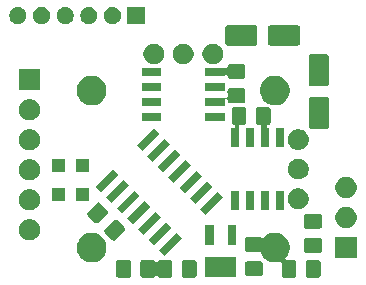
<source format=gbr>
G04 #@! TF.GenerationSoftware,KiCad,Pcbnew,(5.1.6-0-10_14)*
G04 #@! TF.CreationDate,2020-10-20T16:11:55+02:00*
G04 #@! TF.ProjectId,ProStick64_PCB_v6,50726f53-7469-4636-9b36-345f5043425f,rev?*
G04 #@! TF.SameCoordinates,Original*
G04 #@! TF.FileFunction,Soldermask,Bot*
G04 #@! TF.FilePolarity,Negative*
%FSLAX46Y46*%
G04 Gerber Fmt 4.6, Leading zero omitted, Abs format (unit mm)*
G04 Created by KiCad (PCBNEW (5.1.6-0-10_14)) date 2020-10-20 16:11:55*
%MOMM*%
%LPD*%
G01*
G04 APERTURE LIST*
%ADD10C,0.100000*%
G04 APERTURE END LIST*
D10*
G36*
X157488674Y-82753465D02*
G01*
X157526367Y-82764899D01*
X157561103Y-82783466D01*
X157591548Y-82808452D01*
X157616534Y-82838897D01*
X157635101Y-82873633D01*
X157646535Y-82911326D01*
X157651000Y-82956661D01*
X157651000Y-84043339D01*
X157646535Y-84088674D01*
X157635101Y-84126367D01*
X157616534Y-84161103D01*
X157591548Y-84191548D01*
X157561103Y-84216534D01*
X157526367Y-84235101D01*
X157488674Y-84246535D01*
X157443339Y-84251000D01*
X156606661Y-84251000D01*
X156561326Y-84246535D01*
X156523633Y-84235101D01*
X156488897Y-84216534D01*
X156458452Y-84191548D01*
X156433466Y-84161103D01*
X156414899Y-84126367D01*
X156403465Y-84088674D01*
X156399000Y-84043339D01*
X156399000Y-82956661D01*
X156403465Y-82911326D01*
X156414899Y-82873633D01*
X156433466Y-82838897D01*
X156458452Y-82808452D01*
X156488897Y-82783466D01*
X156523633Y-82764899D01*
X156561326Y-82753465D01*
X156606661Y-82749000D01*
X157443339Y-82749000D01*
X157488674Y-82753465D01*
G37*
G36*
X153930303Y-80464383D02*
G01*
X154139903Y-80506075D01*
X154367571Y-80600378D01*
X154572466Y-80737285D01*
X154746715Y-80911534D01*
X154882261Y-81114392D01*
X154883623Y-81116431D01*
X154977925Y-81344097D01*
X155026000Y-81585786D01*
X155026000Y-81832214D01*
X154986650Y-82030038D01*
X154977925Y-82073903D01*
X154883622Y-82301571D01*
X154746715Y-82506466D01*
X154717562Y-82535619D01*
X154702022Y-82554555D01*
X154690471Y-82576166D01*
X154683358Y-82599615D01*
X154680956Y-82624001D01*
X154683358Y-82648387D01*
X154690471Y-82671836D01*
X154702022Y-82693447D01*
X154717567Y-82712389D01*
X154736509Y-82727934D01*
X154758120Y-82739485D01*
X154781569Y-82746598D01*
X154805955Y-82749000D01*
X155393339Y-82749000D01*
X155438674Y-82753465D01*
X155476367Y-82764899D01*
X155511103Y-82783466D01*
X155541548Y-82808452D01*
X155566534Y-82838897D01*
X155585101Y-82873633D01*
X155596535Y-82911326D01*
X155601000Y-82956661D01*
X155601000Y-84043339D01*
X155596535Y-84088674D01*
X155585101Y-84126367D01*
X155566534Y-84161103D01*
X155541548Y-84191548D01*
X155511103Y-84216534D01*
X155476367Y-84235101D01*
X155438674Y-84246535D01*
X155393339Y-84251000D01*
X154556661Y-84251000D01*
X154511326Y-84246535D01*
X154473633Y-84235101D01*
X154438897Y-84216534D01*
X154408452Y-84191548D01*
X154383466Y-84161103D01*
X154364899Y-84126367D01*
X154353465Y-84088674D01*
X154349000Y-84043339D01*
X154349000Y-83012388D01*
X154346598Y-82988002D01*
X154339485Y-82964553D01*
X154327934Y-82942942D01*
X154312389Y-82924000D01*
X154293447Y-82908455D01*
X154271836Y-82896904D01*
X154248387Y-82889791D01*
X154224001Y-82887389D01*
X154199615Y-82889791D01*
X154176170Y-82896903D01*
X154139903Y-82911925D01*
X154031674Y-82933453D01*
X153898214Y-82960000D01*
X153651786Y-82960000D01*
X153410097Y-82911925D01*
X153182431Y-82817623D01*
X153182430Y-82817623D01*
X153182429Y-82817622D01*
X152977534Y-82680715D01*
X152803285Y-82506466D01*
X152666378Y-82301571D01*
X152604906Y-82153165D01*
X152593355Y-82131554D01*
X152577810Y-82112612D01*
X152558868Y-82097067D01*
X152537257Y-82085516D01*
X152513808Y-82078403D01*
X152489422Y-82076001D01*
X151456661Y-82076001D01*
X151411326Y-82071536D01*
X151373633Y-82060102D01*
X151338897Y-82041535D01*
X151308452Y-82016549D01*
X151283466Y-81986104D01*
X151264899Y-81951368D01*
X151253465Y-81913675D01*
X151249000Y-81868340D01*
X151249000Y-81031662D01*
X151253465Y-80986327D01*
X151264899Y-80948634D01*
X151283466Y-80913898D01*
X151308452Y-80883453D01*
X151338897Y-80858467D01*
X151373633Y-80839900D01*
X151411326Y-80828466D01*
X151456661Y-80824001D01*
X152543339Y-80824001D01*
X152588674Y-80828466D01*
X152626367Y-80839900D01*
X152661103Y-80858467D01*
X152680767Y-80874605D01*
X152701141Y-80888219D01*
X152723780Y-80897596D01*
X152747814Y-80902376D01*
X152772318Y-80902376D01*
X152796351Y-80897595D01*
X152818990Y-80888218D01*
X152848449Y-80866370D01*
X152977534Y-80737285D01*
X153182429Y-80600378D01*
X153410097Y-80506075D01*
X153619697Y-80464383D01*
X153651786Y-80458000D01*
X153898214Y-80458000D01*
X153930303Y-80464383D01*
G37*
G36*
X143488674Y-82753465D02*
G01*
X143526367Y-82764899D01*
X143561103Y-82783466D01*
X143591548Y-82808452D01*
X143616535Y-82838899D01*
X143639761Y-82882351D01*
X143653375Y-82902726D01*
X143670702Y-82920053D01*
X143691076Y-82933666D01*
X143713715Y-82943044D01*
X143737748Y-82947824D01*
X143762252Y-82947824D01*
X143786286Y-82943043D01*
X143808924Y-82933666D01*
X143829299Y-82920052D01*
X143846626Y-82902725D01*
X143860239Y-82882351D01*
X143883465Y-82838899D01*
X143908452Y-82808452D01*
X143938897Y-82783466D01*
X143973633Y-82764899D01*
X144011326Y-82753465D01*
X144056661Y-82749000D01*
X144893339Y-82749000D01*
X144938674Y-82753465D01*
X144976367Y-82764899D01*
X145011103Y-82783466D01*
X145041548Y-82808452D01*
X145066534Y-82838897D01*
X145085101Y-82873633D01*
X145096535Y-82911326D01*
X145101000Y-82956661D01*
X145101000Y-84043339D01*
X145096535Y-84088674D01*
X145085101Y-84126367D01*
X145066534Y-84161103D01*
X145041548Y-84191548D01*
X145011103Y-84216534D01*
X144976367Y-84235101D01*
X144938674Y-84246535D01*
X144893339Y-84251000D01*
X144056661Y-84251000D01*
X144011326Y-84246535D01*
X143973633Y-84235101D01*
X143938897Y-84216534D01*
X143908452Y-84191548D01*
X143883465Y-84161101D01*
X143860239Y-84117649D01*
X143846625Y-84097274D01*
X143829298Y-84079947D01*
X143808924Y-84066334D01*
X143786285Y-84056956D01*
X143762252Y-84052176D01*
X143737748Y-84052176D01*
X143713714Y-84056957D01*
X143691076Y-84066334D01*
X143670701Y-84079948D01*
X143653374Y-84097275D01*
X143639761Y-84117649D01*
X143616535Y-84161101D01*
X143591548Y-84191548D01*
X143561103Y-84216534D01*
X143526367Y-84235101D01*
X143488674Y-84246535D01*
X143443339Y-84251000D01*
X142606661Y-84251000D01*
X142561326Y-84246535D01*
X142523633Y-84235101D01*
X142488897Y-84216534D01*
X142458452Y-84191548D01*
X142433466Y-84161103D01*
X142414899Y-84126367D01*
X142403465Y-84088674D01*
X142399000Y-84043339D01*
X142399000Y-82956661D01*
X142403465Y-82911326D01*
X142414899Y-82873633D01*
X142433466Y-82838897D01*
X142458452Y-82808452D01*
X142488897Y-82783466D01*
X142523633Y-82764899D01*
X142561326Y-82753465D01*
X142606661Y-82749000D01*
X143443339Y-82749000D01*
X143488674Y-82753465D01*
G37*
G36*
X146988674Y-82753465D02*
G01*
X147026367Y-82764899D01*
X147061103Y-82783466D01*
X147091548Y-82808452D01*
X147116534Y-82838897D01*
X147135101Y-82873633D01*
X147146535Y-82911326D01*
X147151000Y-82956661D01*
X147151000Y-84043339D01*
X147146535Y-84088674D01*
X147135101Y-84126367D01*
X147116534Y-84161103D01*
X147091548Y-84191548D01*
X147061103Y-84216534D01*
X147026367Y-84235101D01*
X146988674Y-84246535D01*
X146943339Y-84251000D01*
X146106661Y-84251000D01*
X146061326Y-84246535D01*
X146023633Y-84235101D01*
X145988897Y-84216534D01*
X145958452Y-84191548D01*
X145933466Y-84161103D01*
X145914899Y-84126367D01*
X145903465Y-84088674D01*
X145899000Y-84043339D01*
X145899000Y-82956661D01*
X145903465Y-82911326D01*
X145914899Y-82873633D01*
X145933466Y-82838897D01*
X145958452Y-82808452D01*
X145988897Y-82783466D01*
X146023633Y-82764899D01*
X146061326Y-82753465D01*
X146106661Y-82749000D01*
X146943339Y-82749000D01*
X146988674Y-82753465D01*
G37*
G36*
X141438674Y-82753465D02*
G01*
X141476367Y-82764899D01*
X141511103Y-82783466D01*
X141541548Y-82808452D01*
X141566534Y-82838897D01*
X141585101Y-82873633D01*
X141596535Y-82911326D01*
X141601000Y-82956661D01*
X141601000Y-84043339D01*
X141596535Y-84088674D01*
X141585101Y-84126367D01*
X141566534Y-84161103D01*
X141541548Y-84191548D01*
X141511103Y-84216534D01*
X141476367Y-84235101D01*
X141438674Y-84246535D01*
X141393339Y-84251000D01*
X140556661Y-84251000D01*
X140511326Y-84246535D01*
X140473633Y-84235101D01*
X140438897Y-84216534D01*
X140408452Y-84191548D01*
X140383466Y-84161103D01*
X140364899Y-84126367D01*
X140353465Y-84088674D01*
X140349000Y-84043339D01*
X140349000Y-82956661D01*
X140353465Y-82911326D01*
X140364899Y-82873633D01*
X140383466Y-82838897D01*
X140408452Y-82808452D01*
X140438897Y-82783466D01*
X140473633Y-82764899D01*
X140511326Y-82753465D01*
X140556661Y-82749000D01*
X141393339Y-82749000D01*
X141438674Y-82753465D01*
G37*
G36*
X150526000Y-84181000D02*
G01*
X147874000Y-84181000D01*
X147874000Y-82519000D01*
X150526000Y-82519000D01*
X150526000Y-84181000D01*
G37*
G36*
X152588674Y-82878466D02*
G01*
X152626367Y-82889900D01*
X152661103Y-82908467D01*
X152691548Y-82933453D01*
X152716534Y-82963898D01*
X152735101Y-82998634D01*
X152746535Y-83036327D01*
X152751000Y-83081662D01*
X152751000Y-83918340D01*
X152746535Y-83963675D01*
X152735101Y-84001368D01*
X152716534Y-84036104D01*
X152691548Y-84066549D01*
X152661103Y-84091535D01*
X152626367Y-84110102D01*
X152588674Y-84121536D01*
X152543339Y-84126001D01*
X151456661Y-84126001D01*
X151411326Y-84121536D01*
X151373633Y-84110102D01*
X151338897Y-84091535D01*
X151308452Y-84066549D01*
X151283466Y-84036104D01*
X151264899Y-84001368D01*
X151253465Y-83963675D01*
X151249000Y-83918340D01*
X151249000Y-83081662D01*
X151253465Y-83036327D01*
X151264899Y-82998634D01*
X151283466Y-82963898D01*
X151308452Y-82933453D01*
X151338897Y-82908467D01*
X151373633Y-82889900D01*
X151411326Y-82878466D01*
X151456661Y-82874001D01*
X152543339Y-82874001D01*
X152588674Y-82878466D01*
G37*
G36*
X138430303Y-80464383D02*
G01*
X138639903Y-80506075D01*
X138867571Y-80600378D01*
X139072466Y-80737285D01*
X139246715Y-80911534D01*
X139382261Y-81114392D01*
X139383623Y-81116431D01*
X139477925Y-81344097D01*
X139526000Y-81585786D01*
X139526000Y-81832214D01*
X139486650Y-82030038D01*
X139477925Y-82073903D01*
X139383622Y-82301571D01*
X139246715Y-82506466D01*
X139072466Y-82680715D01*
X138867571Y-82817622D01*
X138867570Y-82817623D01*
X138867569Y-82817623D01*
X138639903Y-82911925D01*
X138398214Y-82960000D01*
X138151786Y-82960000D01*
X137910097Y-82911925D01*
X137682431Y-82817623D01*
X137682430Y-82817623D01*
X137682429Y-82817622D01*
X137477534Y-82680715D01*
X137303285Y-82506466D01*
X137166378Y-82301571D01*
X137072075Y-82073903D01*
X137063350Y-82030038D01*
X137024000Y-81832214D01*
X137024000Y-81585786D01*
X137072075Y-81344097D01*
X137166377Y-81116431D01*
X137167739Y-81114392D01*
X137303285Y-80911534D01*
X137477534Y-80737285D01*
X137682429Y-80600378D01*
X137910097Y-80506075D01*
X138119697Y-80464383D01*
X138151786Y-80458000D01*
X138398214Y-80458000D01*
X138430303Y-80464383D01*
G37*
G36*
X160701000Y-82601000D02*
G01*
X158899000Y-82601000D01*
X158899000Y-80799000D01*
X160701000Y-80799000D01*
X160701000Y-82601000D01*
G37*
G36*
X145917814Y-80937030D02*
G01*
X144452690Y-82402154D01*
X143986000Y-81935464D01*
X145451124Y-80470340D01*
X145917814Y-80937030D01*
G37*
G36*
X157588674Y-80903465D02*
G01*
X157626367Y-80914899D01*
X157661103Y-80933466D01*
X157691548Y-80958452D01*
X157716534Y-80988897D01*
X157735101Y-81023633D01*
X157746535Y-81061326D01*
X157751000Y-81106661D01*
X157751000Y-81943339D01*
X157746535Y-81988674D01*
X157735101Y-82026367D01*
X157716534Y-82061103D01*
X157691548Y-82091548D01*
X157661103Y-82116534D01*
X157626367Y-82135101D01*
X157588674Y-82146535D01*
X157543339Y-82151000D01*
X156456661Y-82151000D01*
X156411326Y-82146535D01*
X156373633Y-82135101D01*
X156338897Y-82116534D01*
X156308452Y-82091548D01*
X156283466Y-82061103D01*
X156264899Y-82026367D01*
X156253465Y-81988674D01*
X156249000Y-81943339D01*
X156249000Y-81106661D01*
X156253465Y-81061326D01*
X156264899Y-81023633D01*
X156283466Y-80988897D01*
X156308452Y-80958452D01*
X156338897Y-80933466D01*
X156373633Y-80914899D01*
X156411326Y-80903465D01*
X156456661Y-80899000D01*
X157543339Y-80899000D01*
X157588674Y-80903465D01*
G37*
G36*
X145019789Y-80039004D02*
G01*
X143554665Y-81504128D01*
X143087975Y-81037438D01*
X144553099Y-79572314D01*
X145019789Y-80039004D01*
G37*
G36*
X150526000Y-81481000D02*
G01*
X149774000Y-81481000D01*
X149774000Y-79819000D01*
X150526000Y-79819000D01*
X150526000Y-81481000D01*
G37*
G36*
X148626000Y-81481000D02*
G01*
X147874000Y-81481000D01*
X147874000Y-79819000D01*
X148626000Y-79819000D01*
X148626000Y-81481000D01*
G37*
G36*
X140352367Y-79339036D02*
G01*
X140390060Y-79350470D01*
X140424796Y-79369037D01*
X140460009Y-79397935D01*
X141051633Y-79989559D01*
X141080531Y-80024772D01*
X141099098Y-80059508D01*
X141110532Y-80097201D01*
X141114392Y-80136396D01*
X141110532Y-80175591D01*
X141099098Y-80213284D01*
X141080531Y-80248020D01*
X141051633Y-80283233D01*
X140283233Y-81051633D01*
X140248020Y-81080531D01*
X140213284Y-81099098D01*
X140175591Y-81110532D01*
X140136396Y-81114392D01*
X140097201Y-81110532D01*
X140059508Y-81099098D01*
X140024772Y-81080531D01*
X139989559Y-81051633D01*
X139397935Y-80460009D01*
X139369037Y-80424796D01*
X139350470Y-80390060D01*
X139339036Y-80352367D01*
X139335176Y-80313172D01*
X139339036Y-80273977D01*
X139350470Y-80236284D01*
X139369037Y-80201548D01*
X139397935Y-80166335D01*
X140166335Y-79397935D01*
X140201548Y-79369037D01*
X140236284Y-79350470D01*
X140273977Y-79339036D01*
X140313172Y-79335176D01*
X140352367Y-79339036D01*
G37*
G36*
X133113512Y-79303927D02*
G01*
X133262812Y-79333624D01*
X133426784Y-79401544D01*
X133574354Y-79500147D01*
X133699853Y-79625646D01*
X133798456Y-79773216D01*
X133866376Y-79937188D01*
X133890706Y-80059508D01*
X133898960Y-80101000D01*
X133901000Y-80111259D01*
X133901000Y-80288741D01*
X133866376Y-80462812D01*
X133798456Y-80626784D01*
X133699853Y-80774354D01*
X133574354Y-80899853D01*
X133426784Y-80998456D01*
X133262812Y-81066376D01*
X133113512Y-81096073D01*
X133088742Y-81101000D01*
X132911258Y-81101000D01*
X132886488Y-81096073D01*
X132737188Y-81066376D01*
X132573216Y-80998456D01*
X132425646Y-80899853D01*
X132300147Y-80774354D01*
X132201544Y-80626784D01*
X132133624Y-80462812D01*
X132099000Y-80288741D01*
X132099000Y-80111259D01*
X132101041Y-80101000D01*
X132109294Y-80059508D01*
X132133624Y-79937188D01*
X132201544Y-79773216D01*
X132300147Y-79625646D01*
X132425646Y-79500147D01*
X132573216Y-79401544D01*
X132737188Y-79333624D01*
X132886488Y-79303927D01*
X132911258Y-79299000D01*
X133088742Y-79299000D01*
X133113512Y-79303927D01*
G37*
G36*
X144121763Y-79140978D02*
G01*
X142656639Y-80606102D01*
X142189949Y-80139412D01*
X143655073Y-78674288D01*
X144121763Y-79140978D01*
G37*
G36*
X157588674Y-78853465D02*
G01*
X157626367Y-78864899D01*
X157661103Y-78883466D01*
X157691548Y-78908452D01*
X157716534Y-78938897D01*
X157735101Y-78973633D01*
X157746535Y-79011326D01*
X157751000Y-79056661D01*
X157751000Y-79893339D01*
X157746535Y-79938674D01*
X157735101Y-79976367D01*
X157716534Y-80011103D01*
X157691548Y-80041548D01*
X157661103Y-80066534D01*
X157626367Y-80085101D01*
X157588674Y-80096535D01*
X157543339Y-80101000D01*
X156456661Y-80101000D01*
X156411326Y-80096535D01*
X156373633Y-80085101D01*
X156338897Y-80066534D01*
X156308452Y-80041548D01*
X156283466Y-80011103D01*
X156264899Y-79976367D01*
X156253465Y-79938674D01*
X156249000Y-79893339D01*
X156249000Y-79056661D01*
X156253465Y-79011326D01*
X156264899Y-78973633D01*
X156283466Y-78938897D01*
X156308452Y-78908452D01*
X156338897Y-78883466D01*
X156373633Y-78864899D01*
X156411326Y-78853465D01*
X156456661Y-78849000D01*
X157543339Y-78849000D01*
X157588674Y-78853465D01*
G37*
G36*
X159913512Y-78263927D02*
G01*
X160062812Y-78293624D01*
X160226784Y-78361544D01*
X160374354Y-78460147D01*
X160499853Y-78585646D01*
X160598456Y-78733216D01*
X160666376Y-78897188D01*
X160701000Y-79071259D01*
X160701000Y-79248741D01*
X160666376Y-79422812D01*
X160598456Y-79586784D01*
X160499853Y-79734354D01*
X160374354Y-79859853D01*
X160226784Y-79958456D01*
X160062812Y-80026376D01*
X159918247Y-80055131D01*
X159888742Y-80061000D01*
X159711258Y-80061000D01*
X159681753Y-80055131D01*
X159537188Y-80026376D01*
X159373216Y-79958456D01*
X159225646Y-79859853D01*
X159100147Y-79734354D01*
X159001544Y-79586784D01*
X158933624Y-79422812D01*
X158899000Y-79248741D01*
X158899000Y-79071259D01*
X158933624Y-78897188D01*
X159001544Y-78733216D01*
X159100147Y-78585646D01*
X159225646Y-78460147D01*
X159373216Y-78361544D01*
X159537188Y-78293624D01*
X159686488Y-78263927D01*
X159711258Y-78259000D01*
X159888742Y-78259000D01*
X159913512Y-78263927D01*
G37*
G36*
X143223737Y-78242953D02*
G01*
X141758613Y-79708077D01*
X141291923Y-79241387D01*
X142757047Y-77776263D01*
X143223737Y-78242953D01*
G37*
G36*
X138902799Y-77889468D02*
G01*
X138940492Y-77900902D01*
X138975228Y-77919469D01*
X139010441Y-77948367D01*
X139602065Y-78539991D01*
X139630963Y-78575204D01*
X139649530Y-78609940D01*
X139660964Y-78647633D01*
X139664824Y-78686828D01*
X139660964Y-78726023D01*
X139649530Y-78763716D01*
X139630963Y-78798452D01*
X139602065Y-78833665D01*
X138833665Y-79602065D01*
X138798452Y-79630963D01*
X138763716Y-79649530D01*
X138726023Y-79660964D01*
X138686828Y-79664824D01*
X138647633Y-79660964D01*
X138609940Y-79649530D01*
X138575204Y-79630963D01*
X138539991Y-79602065D01*
X137948367Y-79010441D01*
X137919469Y-78975228D01*
X137900902Y-78940492D01*
X137889468Y-78902799D01*
X137885608Y-78863604D01*
X137889468Y-78824409D01*
X137900902Y-78786716D01*
X137919469Y-78751980D01*
X137948367Y-78716767D01*
X138716767Y-77948367D01*
X138751980Y-77919469D01*
X138786716Y-77900902D01*
X138824409Y-77889468D01*
X138863604Y-77885608D01*
X138902799Y-77889468D01*
G37*
G36*
X149402154Y-77452690D02*
G01*
X147937030Y-78917814D01*
X147470340Y-78451124D01*
X148935464Y-76986000D01*
X149402154Y-77452690D01*
G37*
G36*
X142325712Y-77344927D02*
G01*
X140860588Y-78810051D01*
X140393898Y-78343361D01*
X141859022Y-76878237D01*
X142325712Y-77344927D01*
G37*
G36*
X133113512Y-76763927D02*
G01*
X133262812Y-76793624D01*
X133426784Y-76861544D01*
X133574354Y-76960147D01*
X133699853Y-77085646D01*
X133798456Y-77233216D01*
X133866376Y-77397188D01*
X133901000Y-77571259D01*
X133901000Y-77748741D01*
X133866376Y-77922812D01*
X133798456Y-78086784D01*
X133699853Y-78234354D01*
X133574354Y-78359853D01*
X133426784Y-78458456D01*
X133262812Y-78526376D01*
X133113512Y-78556073D01*
X133088742Y-78561000D01*
X132911258Y-78561000D01*
X132886488Y-78556073D01*
X132737188Y-78526376D01*
X132573216Y-78458456D01*
X132425646Y-78359853D01*
X132300147Y-78234354D01*
X132201544Y-78086784D01*
X132133624Y-77922812D01*
X132099000Y-77748741D01*
X132099000Y-77571259D01*
X132133624Y-77397188D01*
X132201544Y-77233216D01*
X132300147Y-77085646D01*
X132425646Y-76960147D01*
X132573216Y-76861544D01*
X132737188Y-76793624D01*
X132886488Y-76763927D01*
X132911258Y-76759000D01*
X133088742Y-76759000D01*
X133113512Y-76763927D01*
G37*
G36*
X152025000Y-78558799D02*
G01*
X151355000Y-78558799D01*
X151355000Y-76918601D01*
X152025000Y-76918601D01*
X152025000Y-78558799D01*
G37*
G36*
X153295000Y-78558799D02*
G01*
X152625000Y-78558799D01*
X152625000Y-76918601D01*
X153295000Y-76918601D01*
X153295000Y-78558799D01*
G37*
G36*
X154565000Y-78558799D02*
G01*
X153895000Y-78558799D01*
X153895000Y-76918601D01*
X154565000Y-76918601D01*
X154565000Y-78558799D01*
G37*
G36*
X150755000Y-78558799D02*
G01*
X150085000Y-78558799D01*
X150085000Y-76918601D01*
X150755000Y-76918601D01*
X150755000Y-78558799D01*
G37*
G36*
X155941717Y-76699000D02*
G01*
X156030520Y-76716664D01*
X156189942Y-76782699D01*
X156333418Y-76878566D01*
X156455434Y-77000582D01*
X156551301Y-77144058D01*
X156617336Y-77303480D01*
X156651000Y-77472721D01*
X156651000Y-77645279D01*
X156617336Y-77814520D01*
X156551301Y-77973942D01*
X156455434Y-78117418D01*
X156333418Y-78239434D01*
X156189942Y-78335301D01*
X156030520Y-78401336D01*
X155945899Y-78418168D01*
X155861280Y-78435000D01*
X155688720Y-78435000D01*
X155604101Y-78418168D01*
X155519480Y-78401336D01*
X155360058Y-78335301D01*
X155216582Y-78239434D01*
X155094566Y-78117418D01*
X154998699Y-77973942D01*
X154932664Y-77814520D01*
X154899000Y-77645279D01*
X154899000Y-77472721D01*
X154932664Y-77303480D01*
X154998699Y-77144058D01*
X155094566Y-77000582D01*
X155216582Y-76878566D01*
X155360058Y-76782699D01*
X155519480Y-76716664D01*
X155608283Y-76699000D01*
X155688720Y-76683000D01*
X155861280Y-76683000D01*
X155941717Y-76699000D01*
G37*
G36*
X148504128Y-76554665D02*
G01*
X147039004Y-78019789D01*
X146572314Y-77553099D01*
X148037438Y-76087975D01*
X148504128Y-76554665D01*
G37*
G36*
X141427686Y-76446901D02*
G01*
X139962562Y-77912025D01*
X139495872Y-77445335D01*
X140960996Y-75980211D01*
X141427686Y-76446901D01*
G37*
G36*
X136051000Y-77801000D02*
G01*
X134949000Y-77801000D01*
X134949000Y-76699000D01*
X136051000Y-76699000D01*
X136051000Y-77801000D01*
G37*
G36*
X138051000Y-77801000D02*
G01*
X136949000Y-77801000D01*
X136949000Y-76699000D01*
X138051000Y-76699000D01*
X138051000Y-77801000D01*
G37*
G36*
X159913512Y-75723927D02*
G01*
X160062812Y-75753624D01*
X160226784Y-75821544D01*
X160374354Y-75920147D01*
X160499853Y-76045646D01*
X160598456Y-76193216D01*
X160666376Y-76357188D01*
X160701000Y-76531259D01*
X160701000Y-76708741D01*
X160666376Y-76882812D01*
X160598456Y-77046784D01*
X160499853Y-77194354D01*
X160374354Y-77319853D01*
X160226784Y-77418456D01*
X160062812Y-77486376D01*
X159913512Y-77516073D01*
X159888742Y-77521000D01*
X159711258Y-77521000D01*
X159686488Y-77516073D01*
X159537188Y-77486376D01*
X159373216Y-77418456D01*
X159225646Y-77319853D01*
X159100147Y-77194354D01*
X159001544Y-77046784D01*
X158933624Y-76882812D01*
X158899000Y-76708741D01*
X158899000Y-76531259D01*
X158933624Y-76357188D01*
X159001544Y-76193216D01*
X159100147Y-76045646D01*
X159225646Y-75920147D01*
X159373216Y-75821544D01*
X159537188Y-75753624D01*
X159686488Y-75723927D01*
X159711258Y-75719000D01*
X159888742Y-75719000D01*
X159913512Y-75723927D01*
G37*
G36*
X147606102Y-75656639D02*
G01*
X146140978Y-77121763D01*
X145674288Y-76655073D01*
X147139412Y-75189949D01*
X147606102Y-75656639D01*
G37*
G36*
X140529660Y-75548876D02*
G01*
X139064536Y-77014000D01*
X138597846Y-76547310D01*
X140062970Y-75082186D01*
X140529660Y-75548876D01*
G37*
G36*
X146708077Y-74758613D02*
G01*
X145242953Y-76223737D01*
X144776263Y-75757047D01*
X146241387Y-74291923D01*
X146708077Y-74758613D01*
G37*
G36*
X133113512Y-74223927D02*
G01*
X133262812Y-74253624D01*
X133426784Y-74321544D01*
X133574354Y-74420147D01*
X133699853Y-74545646D01*
X133798456Y-74693216D01*
X133866376Y-74857188D01*
X133901000Y-75031259D01*
X133901000Y-75208741D01*
X133866376Y-75382812D01*
X133798456Y-75546784D01*
X133699853Y-75694354D01*
X133574354Y-75819853D01*
X133426784Y-75918456D01*
X133262812Y-75986376D01*
X133113512Y-76016073D01*
X133088742Y-76021000D01*
X132911258Y-76021000D01*
X132886488Y-76016073D01*
X132737188Y-75986376D01*
X132573216Y-75918456D01*
X132425646Y-75819853D01*
X132300147Y-75694354D01*
X132201544Y-75546784D01*
X132133624Y-75382812D01*
X132099000Y-75208741D01*
X132099000Y-75031259D01*
X132133624Y-74857188D01*
X132201544Y-74693216D01*
X132300147Y-74545646D01*
X132425646Y-74420147D01*
X132573216Y-74321544D01*
X132737188Y-74253624D01*
X132886488Y-74223927D01*
X132911258Y-74219000D01*
X133088742Y-74219000D01*
X133113512Y-74223927D01*
G37*
G36*
X155941717Y-74199000D02*
G01*
X156030520Y-74216664D01*
X156189942Y-74282699D01*
X156333418Y-74378566D01*
X156455434Y-74500582D01*
X156551301Y-74644058D01*
X156598751Y-74758613D01*
X156617336Y-74803481D01*
X156651000Y-74972720D01*
X156651000Y-75145280D01*
X156617336Y-75314520D01*
X156551301Y-75473942D01*
X156455434Y-75617418D01*
X156333418Y-75739434D01*
X156189942Y-75835301D01*
X156030520Y-75901336D01*
X155861280Y-75935000D01*
X155688720Y-75935000D01*
X155519480Y-75901336D01*
X155360058Y-75835301D01*
X155216582Y-75739434D01*
X155094566Y-75617418D01*
X154998699Y-75473942D01*
X154932664Y-75314520D01*
X154899000Y-75145280D01*
X154899000Y-74972720D01*
X154932664Y-74803481D01*
X154951249Y-74758613D01*
X154998699Y-74644058D01*
X155094566Y-74500582D01*
X155216582Y-74378566D01*
X155360058Y-74282699D01*
X155519480Y-74216664D01*
X155608283Y-74199000D01*
X155688720Y-74183000D01*
X155861280Y-74183000D01*
X155941717Y-74199000D01*
G37*
G36*
X145810051Y-73860588D02*
G01*
X144344927Y-75325712D01*
X143878237Y-74859022D01*
X145343361Y-73393898D01*
X145810051Y-73860588D01*
G37*
G36*
X138051000Y-75301000D02*
G01*
X136949000Y-75301000D01*
X136949000Y-74199000D01*
X138051000Y-74199000D01*
X138051000Y-75301000D01*
G37*
G36*
X136051000Y-75301000D02*
G01*
X134949000Y-75301000D01*
X134949000Y-74199000D01*
X136051000Y-74199000D01*
X136051000Y-75301000D01*
G37*
G36*
X144912025Y-72962562D02*
G01*
X143446901Y-74427686D01*
X142980211Y-73960996D01*
X144445335Y-72495872D01*
X144912025Y-72962562D01*
G37*
G36*
X144014000Y-72064536D02*
G01*
X142548876Y-73529660D01*
X142082186Y-73062970D01*
X143547310Y-71597846D01*
X144014000Y-72064536D01*
G37*
G36*
X133108851Y-71683000D02*
G01*
X133262812Y-71713624D01*
X133426784Y-71781544D01*
X133574354Y-71880147D01*
X133699853Y-72005646D01*
X133798456Y-72153216D01*
X133866376Y-72317188D01*
X133896073Y-72466488D01*
X133897313Y-72472720D01*
X133901000Y-72491259D01*
X133901000Y-72668741D01*
X133866376Y-72842812D01*
X133798456Y-73006784D01*
X133699853Y-73154354D01*
X133574354Y-73279853D01*
X133426784Y-73378456D01*
X133262812Y-73446376D01*
X133113512Y-73476073D01*
X133088742Y-73481000D01*
X132911258Y-73481000D01*
X132886488Y-73476073D01*
X132737188Y-73446376D01*
X132573216Y-73378456D01*
X132425646Y-73279853D01*
X132300147Y-73154354D01*
X132201544Y-73006784D01*
X132133624Y-72842812D01*
X132099000Y-72668741D01*
X132099000Y-72491259D01*
X132102688Y-72472720D01*
X132103927Y-72466488D01*
X132133624Y-72317188D01*
X132201544Y-72153216D01*
X132300147Y-72005646D01*
X132425646Y-71880147D01*
X132573216Y-71781544D01*
X132737188Y-71713624D01*
X132891149Y-71683000D01*
X132911258Y-71679000D01*
X133088742Y-71679000D01*
X133108851Y-71683000D01*
G37*
G36*
X155945899Y-71699832D02*
G01*
X156030520Y-71716664D01*
X156189942Y-71782699D01*
X156333418Y-71878566D01*
X156455434Y-72000582D01*
X156551301Y-72144058D01*
X156617336Y-72303480D01*
X156651000Y-72472721D01*
X156651000Y-72645279D01*
X156617336Y-72814520D01*
X156551301Y-72973942D01*
X156455434Y-73117418D01*
X156333418Y-73239434D01*
X156189942Y-73335301D01*
X156030520Y-73401336D01*
X155945899Y-73418168D01*
X155861280Y-73435000D01*
X155688720Y-73435000D01*
X155604101Y-73418168D01*
X155519480Y-73401336D01*
X155360058Y-73335301D01*
X155216582Y-73239434D01*
X155094566Y-73117418D01*
X154998699Y-72973942D01*
X154932664Y-72814520D01*
X154899000Y-72645279D01*
X154899000Y-72472721D01*
X154932664Y-72303480D01*
X154998699Y-72144058D01*
X155094566Y-72000582D01*
X155216582Y-71878566D01*
X155360058Y-71782699D01*
X155519480Y-71716664D01*
X155604101Y-71699832D01*
X155688720Y-71683000D01*
X155861280Y-71683000D01*
X155945899Y-71699832D01*
G37*
G36*
X154565000Y-73199399D02*
G01*
X153895000Y-73199399D01*
X153895000Y-71559201D01*
X154565000Y-71559201D01*
X154565000Y-73199399D01*
G37*
G36*
X153302762Y-69808142D02*
G01*
X153318307Y-69827084D01*
X153327398Y-69835323D01*
X153366549Y-69867452D01*
X153391534Y-69897897D01*
X153410101Y-69932633D01*
X153421535Y-69970326D01*
X153426000Y-70015661D01*
X153426000Y-71102339D01*
X153421535Y-71147674D01*
X153410101Y-71185367D01*
X153391534Y-71220103D01*
X153366548Y-71250548D01*
X153336103Y-71275534D01*
X153301367Y-71294101D01*
X153263674Y-71305535D01*
X153220319Y-71309805D01*
X153196286Y-71314585D01*
X153173647Y-71323963D01*
X153153272Y-71337576D01*
X153135945Y-71354903D01*
X153122332Y-71375278D01*
X153112954Y-71397917D01*
X153108174Y-71421950D01*
X153108174Y-71446454D01*
X153112954Y-71470487D01*
X153122332Y-71493126D01*
X153135945Y-71513501D01*
X153153272Y-71530828D01*
X153173647Y-71544441D01*
X153196286Y-71553819D01*
X153220319Y-71558599D01*
X153232571Y-71559201D01*
X153295000Y-71559201D01*
X153295000Y-73199399D01*
X152625000Y-73199399D01*
X152625000Y-71434999D01*
X152622598Y-71410613D01*
X152615485Y-71387164D01*
X152603934Y-71365553D01*
X152588389Y-71346611D01*
X152569447Y-71331066D01*
X152547836Y-71319515D01*
X152524387Y-71312402D01*
X152500001Y-71310000D01*
X152381661Y-71310000D01*
X152336326Y-71305535D01*
X152298633Y-71294101D01*
X152263897Y-71275534D01*
X152233452Y-71250548D01*
X152208466Y-71220103D01*
X152189899Y-71185367D01*
X152178465Y-71147674D01*
X152174000Y-71102339D01*
X152174000Y-70015661D01*
X152178465Y-69970326D01*
X152189899Y-69932633D01*
X152208466Y-69897897D01*
X152233452Y-69867452D01*
X152263897Y-69842466D01*
X152298633Y-69823899D01*
X152336326Y-69812465D01*
X152381661Y-69808000D01*
X153218341Y-69808000D01*
X153252338Y-69811348D01*
X153276843Y-69811348D01*
X153300876Y-69806567D01*
X153301731Y-69806213D01*
X153302762Y-69808142D01*
G37*
G36*
X152025000Y-73199399D02*
G01*
X151355000Y-73199399D01*
X151355000Y-71559201D01*
X152025000Y-71559201D01*
X152025000Y-73199399D01*
G37*
G36*
X151213674Y-69812465D02*
G01*
X151251367Y-69823899D01*
X151286103Y-69842466D01*
X151316548Y-69867452D01*
X151341534Y-69897897D01*
X151360101Y-69932633D01*
X151371535Y-69970326D01*
X151376000Y-70015661D01*
X151376000Y-71102339D01*
X151371535Y-71147674D01*
X151360101Y-71185367D01*
X151341534Y-71220103D01*
X151316548Y-71250548D01*
X151286103Y-71275534D01*
X151251367Y-71294101D01*
X151213674Y-71305535D01*
X151168339Y-71310000D01*
X150879999Y-71310000D01*
X150855613Y-71312402D01*
X150832164Y-71319515D01*
X150810553Y-71331066D01*
X150791611Y-71346611D01*
X150776066Y-71365553D01*
X150764515Y-71387164D01*
X150757402Y-71410613D01*
X150755000Y-71434999D01*
X150755000Y-73199399D01*
X150085000Y-73199399D01*
X150085000Y-71559201D01*
X150317429Y-71559201D01*
X150341815Y-71556799D01*
X150365264Y-71549686D01*
X150386875Y-71538135D01*
X150405817Y-71522590D01*
X150421362Y-71503648D01*
X150432913Y-71482037D01*
X150440026Y-71458588D01*
X150442428Y-71434202D01*
X150440026Y-71409816D01*
X150432913Y-71386367D01*
X150421362Y-71364756D01*
X150405817Y-71345814D01*
X150386875Y-71330269D01*
X150365264Y-71318718D01*
X150341815Y-71311605D01*
X150329681Y-71309805D01*
X150286326Y-71305535D01*
X150248633Y-71294101D01*
X150213897Y-71275534D01*
X150183452Y-71250548D01*
X150158466Y-71220103D01*
X150139899Y-71185367D01*
X150128465Y-71147674D01*
X150124000Y-71102339D01*
X150124000Y-70015661D01*
X150128465Y-69970326D01*
X150139899Y-69932633D01*
X150158466Y-69897897D01*
X150183452Y-69867452D01*
X150213897Y-69842466D01*
X150248633Y-69823899D01*
X150286326Y-69812465D01*
X150331661Y-69808000D01*
X151168339Y-69808000D01*
X151213674Y-69812465D01*
G37*
G36*
X158205997Y-68953051D02*
G01*
X158239652Y-68963261D01*
X158270665Y-68979838D01*
X158297851Y-69002149D01*
X158320162Y-69029335D01*
X158336739Y-69060348D01*
X158346949Y-69094003D01*
X158351000Y-69135138D01*
X158351000Y-71464862D01*
X158346949Y-71505997D01*
X158336739Y-71539652D01*
X158320162Y-71570665D01*
X158297851Y-71597851D01*
X158270665Y-71620162D01*
X158239652Y-71636739D01*
X158205997Y-71646949D01*
X158164862Y-71651000D01*
X156835138Y-71651000D01*
X156794003Y-71646949D01*
X156760348Y-71636739D01*
X156729335Y-71620162D01*
X156702149Y-71597851D01*
X156679838Y-71570665D01*
X156663261Y-71539652D01*
X156653051Y-71505997D01*
X156649000Y-71464862D01*
X156649000Y-69135138D01*
X156653051Y-69094003D01*
X156663261Y-69060348D01*
X156679838Y-69029335D01*
X156702149Y-69002149D01*
X156729335Y-68979838D01*
X156760348Y-68963261D01*
X156794003Y-68953051D01*
X156835138Y-68949000D01*
X158164862Y-68949000D01*
X158205997Y-68953051D01*
G37*
G36*
X144165399Y-70999000D02*
G01*
X142525201Y-70999000D01*
X142525201Y-70329000D01*
X144165399Y-70329000D01*
X144165399Y-70999000D01*
G37*
G36*
X149524799Y-70999000D02*
G01*
X147884601Y-70999000D01*
X147884601Y-70329000D01*
X149524799Y-70329000D01*
X149524799Y-70999000D01*
G37*
G36*
X133113512Y-69143927D02*
G01*
X133262812Y-69173624D01*
X133426784Y-69241544D01*
X133574354Y-69340147D01*
X133699853Y-69465646D01*
X133798456Y-69613216D01*
X133866376Y-69777188D01*
X133901000Y-69951259D01*
X133901000Y-70128741D01*
X133866376Y-70302812D01*
X133798456Y-70466784D01*
X133699853Y-70614354D01*
X133574354Y-70739853D01*
X133426784Y-70838456D01*
X133262812Y-70906376D01*
X133113512Y-70936073D01*
X133088742Y-70941000D01*
X132911258Y-70941000D01*
X132886488Y-70936073D01*
X132737188Y-70906376D01*
X132573216Y-70838456D01*
X132425646Y-70739853D01*
X132300147Y-70614354D01*
X132201544Y-70466784D01*
X132133624Y-70302812D01*
X132099000Y-70128741D01*
X132099000Y-69951259D01*
X132133624Y-69777188D01*
X132201544Y-69613216D01*
X132300147Y-69465646D01*
X132425646Y-69340147D01*
X132573216Y-69241544D01*
X132737188Y-69173624D01*
X132886488Y-69143927D01*
X132911258Y-69139000D01*
X133088742Y-69139000D01*
X133113512Y-69143927D01*
G37*
G36*
X151113674Y-68212465D02*
G01*
X151151367Y-68223899D01*
X151186103Y-68242466D01*
X151216548Y-68267452D01*
X151241534Y-68297897D01*
X151260101Y-68332633D01*
X151271535Y-68370326D01*
X151276000Y-68415661D01*
X151276000Y-69252339D01*
X151271535Y-69297674D01*
X151260101Y-69335367D01*
X151241534Y-69370103D01*
X151216548Y-69400548D01*
X151186103Y-69425534D01*
X151151367Y-69444101D01*
X151113674Y-69455535D01*
X151068339Y-69460000D01*
X149981661Y-69460000D01*
X149936326Y-69455535D01*
X149898633Y-69444101D01*
X149863897Y-69425534D01*
X149833452Y-69400548D01*
X149808466Y-69370103D01*
X149789899Y-69335367D01*
X149778465Y-69297674D01*
X149774195Y-69254319D01*
X149769415Y-69230286D01*
X149760037Y-69207647D01*
X149746424Y-69187272D01*
X149729097Y-69169945D01*
X149708722Y-69156332D01*
X149686083Y-69146954D01*
X149662050Y-69142174D01*
X149637546Y-69142174D01*
X149613513Y-69146954D01*
X149590874Y-69156332D01*
X149570499Y-69169945D01*
X149553172Y-69187272D01*
X149539559Y-69207647D01*
X149530181Y-69230286D01*
X149525401Y-69254319D01*
X149524799Y-69266571D01*
X149524799Y-69729000D01*
X147884601Y-69729000D01*
X147884601Y-69059000D01*
X149649001Y-69059000D01*
X149673387Y-69056598D01*
X149696836Y-69049485D01*
X149718447Y-69037934D01*
X149737389Y-69022389D01*
X149752934Y-69003447D01*
X149764485Y-68981836D01*
X149771598Y-68958387D01*
X149774000Y-68934001D01*
X149774000Y-68583999D01*
X149771598Y-68559613D01*
X149764485Y-68536164D01*
X149752934Y-68514553D01*
X149737389Y-68495611D01*
X149734257Y-68493041D01*
X149738186Y-68489817D01*
X149753731Y-68470875D01*
X149765282Y-68449264D01*
X149772395Y-68425815D01*
X149774195Y-68413681D01*
X149778465Y-68370326D01*
X149789899Y-68332633D01*
X149808466Y-68297897D01*
X149833452Y-68267452D01*
X149863897Y-68242466D01*
X149898633Y-68223899D01*
X149936326Y-68212465D01*
X149981661Y-68208000D01*
X151068339Y-68208000D01*
X151113674Y-68212465D01*
G37*
G36*
X144165399Y-69729000D02*
G01*
X142525201Y-69729000D01*
X142525201Y-69059000D01*
X144165399Y-69059000D01*
X144165399Y-69729000D01*
G37*
G36*
X138639903Y-67206075D02*
G01*
X138831332Y-67285367D01*
X138867571Y-67300378D01*
X139072466Y-67437285D01*
X139246715Y-67611534D01*
X139365294Y-67789000D01*
X139383623Y-67816431D01*
X139477925Y-68044097D01*
X139526000Y-68285786D01*
X139526000Y-68532214D01*
X139477925Y-68773903D01*
X139386834Y-68993818D01*
X139383622Y-69001571D01*
X139246715Y-69206466D01*
X139072466Y-69380715D01*
X138867571Y-69517622D01*
X138867570Y-69517623D01*
X138867569Y-69517623D01*
X138639903Y-69611925D01*
X138398214Y-69660000D01*
X138151786Y-69660000D01*
X137910097Y-69611925D01*
X137682431Y-69517623D01*
X137682430Y-69517623D01*
X137682429Y-69517622D01*
X137477534Y-69380715D01*
X137303285Y-69206466D01*
X137166378Y-69001571D01*
X137163167Y-68993818D01*
X137072075Y-68773903D01*
X137024000Y-68532214D01*
X137024000Y-68285786D01*
X137072075Y-68044097D01*
X137166377Y-67816431D01*
X137184706Y-67789000D01*
X137303285Y-67611534D01*
X137477534Y-67437285D01*
X137682429Y-67300378D01*
X137718669Y-67285367D01*
X137910097Y-67206075D01*
X138151786Y-67158000D01*
X138398214Y-67158000D01*
X138639903Y-67206075D01*
G37*
G36*
X154139903Y-67206075D02*
G01*
X154331332Y-67285367D01*
X154367571Y-67300378D01*
X154572466Y-67437285D01*
X154746715Y-67611534D01*
X154865294Y-67789000D01*
X154883623Y-67816431D01*
X154977925Y-68044097D01*
X155026000Y-68285786D01*
X155026000Y-68532214D01*
X154977925Y-68773903D01*
X154886834Y-68993818D01*
X154883622Y-69001571D01*
X154746715Y-69206466D01*
X154572466Y-69380715D01*
X154367571Y-69517622D01*
X154367570Y-69517623D01*
X154367569Y-69517623D01*
X154139903Y-69611925D01*
X153898214Y-69660000D01*
X153651786Y-69660000D01*
X153431081Y-69616099D01*
X153406695Y-69613697D01*
X153382309Y-69616099D01*
X153369462Y-69619996D01*
X153361214Y-69607651D01*
X153343886Y-69590325D01*
X153312423Y-69571467D01*
X153182432Y-69517624D01*
X153088365Y-69454770D01*
X152977534Y-69380715D01*
X152803285Y-69206466D01*
X152666378Y-69001571D01*
X152663167Y-68993818D01*
X152572075Y-68773903D01*
X152524000Y-68532214D01*
X152524000Y-68285786D01*
X152572075Y-68044097D01*
X152666377Y-67816431D01*
X152684706Y-67789000D01*
X152803285Y-67611534D01*
X152977534Y-67437285D01*
X153182429Y-67300378D01*
X153218669Y-67285367D01*
X153410097Y-67206075D01*
X153651786Y-67158000D01*
X153898214Y-67158000D01*
X154139903Y-67206075D01*
G37*
G36*
X149524799Y-68401429D02*
G01*
X149527201Y-68425815D01*
X149534314Y-68449264D01*
X149539518Y-68459000D01*
X147884601Y-68459000D01*
X147884601Y-67789000D01*
X149524799Y-67789000D01*
X149524799Y-68401429D01*
G37*
G36*
X144165399Y-68459000D02*
G01*
X142525201Y-68459000D01*
X142525201Y-67789000D01*
X144165399Y-67789000D01*
X144165399Y-68459000D01*
G37*
G36*
X133901000Y-68401000D02*
G01*
X132099000Y-68401000D01*
X132099000Y-66599000D01*
X133901000Y-66599000D01*
X133901000Y-68401000D01*
G37*
G36*
X158205997Y-65353051D02*
G01*
X158239652Y-65363261D01*
X158270665Y-65379838D01*
X158297851Y-65402149D01*
X158320162Y-65429335D01*
X158336739Y-65460348D01*
X158346949Y-65494003D01*
X158351000Y-65535138D01*
X158351000Y-67864862D01*
X158346949Y-67905997D01*
X158336739Y-67939652D01*
X158320162Y-67970665D01*
X158297851Y-67997851D01*
X158270665Y-68020162D01*
X158239652Y-68036739D01*
X158205997Y-68046949D01*
X158164862Y-68051000D01*
X156835138Y-68051000D01*
X156794003Y-68046949D01*
X156760348Y-68036739D01*
X156729335Y-68020162D01*
X156702149Y-67997851D01*
X156679838Y-67970665D01*
X156663261Y-67939652D01*
X156653051Y-67905997D01*
X156649000Y-67864862D01*
X156649000Y-65535138D01*
X156653051Y-65494003D01*
X156663261Y-65460348D01*
X156679838Y-65429335D01*
X156702149Y-65402149D01*
X156729335Y-65379838D01*
X156760348Y-65363261D01*
X156794003Y-65353051D01*
X156835138Y-65349000D01*
X158164862Y-65349000D01*
X158205997Y-65353051D01*
G37*
G36*
X151113674Y-66162465D02*
G01*
X151151367Y-66173899D01*
X151186103Y-66192466D01*
X151216548Y-66217452D01*
X151241534Y-66247897D01*
X151260101Y-66282633D01*
X151271535Y-66320326D01*
X151276000Y-66365661D01*
X151276000Y-67202339D01*
X151271535Y-67247674D01*
X151260101Y-67285367D01*
X151241534Y-67320103D01*
X151216548Y-67350548D01*
X151186103Y-67375534D01*
X151151367Y-67394101D01*
X151113674Y-67405535D01*
X151068339Y-67410000D01*
X149981661Y-67410000D01*
X149936326Y-67405535D01*
X149898633Y-67394101D01*
X149863897Y-67375534D01*
X149833452Y-67350548D01*
X149808466Y-67320103D01*
X149789899Y-67285367D01*
X149778465Y-67247674D01*
X149774195Y-67204319D01*
X149769415Y-67180286D01*
X149760037Y-67157647D01*
X149746424Y-67137272D01*
X149729097Y-67119945D01*
X149708722Y-67106332D01*
X149686083Y-67096954D01*
X149662050Y-67092174D01*
X149637546Y-67092174D01*
X149613513Y-67096954D01*
X149590874Y-67106332D01*
X149570499Y-67119945D01*
X149553172Y-67137272D01*
X149539559Y-67157647D01*
X149530181Y-67180286D01*
X149528448Y-67189000D01*
X147884601Y-67189000D01*
X147884601Y-66519000D01*
X149649001Y-66519000D01*
X149673387Y-66516598D01*
X149696836Y-66509485D01*
X149718447Y-66497934D01*
X149737389Y-66482389D01*
X149752934Y-66463447D01*
X149764485Y-66441836D01*
X149771598Y-66418387D01*
X149774000Y-66394001D01*
X149774000Y-66365661D01*
X149778465Y-66320326D01*
X149789899Y-66282633D01*
X149808466Y-66247897D01*
X149833452Y-66217452D01*
X149863897Y-66192466D01*
X149898633Y-66173899D01*
X149936326Y-66162465D01*
X149981661Y-66158000D01*
X151068339Y-66158000D01*
X151113674Y-66162465D01*
G37*
G36*
X144165399Y-67189000D02*
G01*
X142525201Y-67189000D01*
X142525201Y-66519000D01*
X144165399Y-66519000D01*
X144165399Y-67189000D01*
G37*
G36*
X143695899Y-64449832D02*
G01*
X143780520Y-64466664D01*
X143939942Y-64532699D01*
X144083418Y-64628566D01*
X144205434Y-64750582D01*
X144301301Y-64894058D01*
X144367336Y-65053480D01*
X144367336Y-65053481D01*
X144401000Y-65222720D01*
X144401000Y-65395280D01*
X144394712Y-65426891D01*
X144367336Y-65564520D01*
X144301301Y-65723942D01*
X144205434Y-65867418D01*
X144083418Y-65989434D01*
X143939942Y-66085301D01*
X143780520Y-66151336D01*
X143695899Y-66168168D01*
X143611280Y-66185000D01*
X143438720Y-66185000D01*
X143354101Y-66168168D01*
X143269480Y-66151336D01*
X143110058Y-66085301D01*
X142966582Y-65989434D01*
X142844566Y-65867418D01*
X142748699Y-65723942D01*
X142682664Y-65564520D01*
X142655288Y-65426891D01*
X142649000Y-65395280D01*
X142649000Y-65222720D01*
X142682664Y-65053481D01*
X142682664Y-65053480D01*
X142748699Y-64894058D01*
X142844566Y-64750582D01*
X142966582Y-64628566D01*
X143110058Y-64532699D01*
X143269480Y-64466664D01*
X143354101Y-64449832D01*
X143438720Y-64433000D01*
X143611280Y-64433000D01*
X143695899Y-64449832D01*
G37*
G36*
X148695899Y-64449832D02*
G01*
X148780520Y-64466664D01*
X148939942Y-64532699D01*
X149083418Y-64628566D01*
X149205434Y-64750582D01*
X149301301Y-64894058D01*
X149367336Y-65053480D01*
X149367336Y-65053481D01*
X149401000Y-65222720D01*
X149401000Y-65395280D01*
X149394712Y-65426891D01*
X149367336Y-65564520D01*
X149301301Y-65723942D01*
X149205434Y-65867418D01*
X149083418Y-65989434D01*
X148939942Y-66085301D01*
X148780520Y-66151336D01*
X148695899Y-66168168D01*
X148611280Y-66185000D01*
X148438720Y-66185000D01*
X148354101Y-66168168D01*
X148269480Y-66151336D01*
X148110058Y-66085301D01*
X147966582Y-65989434D01*
X147844566Y-65867418D01*
X147748699Y-65723942D01*
X147682664Y-65564520D01*
X147655288Y-65426891D01*
X147649000Y-65395280D01*
X147649000Y-65222720D01*
X147682664Y-65053481D01*
X147682664Y-65053480D01*
X147748699Y-64894058D01*
X147844566Y-64750582D01*
X147966582Y-64628566D01*
X148110058Y-64532699D01*
X148269480Y-64466664D01*
X148354101Y-64449832D01*
X148438720Y-64433000D01*
X148611280Y-64433000D01*
X148695899Y-64449832D01*
G37*
G36*
X146195899Y-64449832D02*
G01*
X146280520Y-64466664D01*
X146439942Y-64532699D01*
X146583418Y-64628566D01*
X146705434Y-64750582D01*
X146801301Y-64894058D01*
X146867336Y-65053480D01*
X146867336Y-65053481D01*
X146901000Y-65222720D01*
X146901000Y-65395280D01*
X146894712Y-65426891D01*
X146867336Y-65564520D01*
X146801301Y-65723942D01*
X146705434Y-65867418D01*
X146583418Y-65989434D01*
X146439942Y-66085301D01*
X146280520Y-66151336D01*
X146195899Y-66168168D01*
X146111280Y-66185000D01*
X145938720Y-66185000D01*
X145854101Y-66168168D01*
X145769480Y-66151336D01*
X145610058Y-66085301D01*
X145466582Y-65989434D01*
X145344566Y-65867418D01*
X145248699Y-65723942D01*
X145182664Y-65564520D01*
X145155288Y-65426891D01*
X145149000Y-65395280D01*
X145149000Y-65222720D01*
X145182664Y-65053481D01*
X145182664Y-65053480D01*
X145248699Y-64894058D01*
X145344566Y-64750582D01*
X145466582Y-64628566D01*
X145610058Y-64532699D01*
X145769480Y-64466664D01*
X145854101Y-64449832D01*
X145938720Y-64433000D01*
X146111280Y-64433000D01*
X146195899Y-64449832D01*
G37*
G36*
X155755997Y-62903051D02*
G01*
X155789652Y-62913261D01*
X155820665Y-62929838D01*
X155847851Y-62952149D01*
X155870162Y-62979335D01*
X155886739Y-63010348D01*
X155896949Y-63044003D01*
X155901000Y-63085138D01*
X155901000Y-64414862D01*
X155896949Y-64455997D01*
X155886739Y-64489652D01*
X155870162Y-64520665D01*
X155847851Y-64547851D01*
X155820665Y-64570162D01*
X155789652Y-64586739D01*
X155755997Y-64596949D01*
X155714862Y-64601000D01*
X153385138Y-64601000D01*
X153344003Y-64596949D01*
X153310348Y-64586739D01*
X153279335Y-64570162D01*
X153252149Y-64547851D01*
X153229838Y-64520665D01*
X153213261Y-64489652D01*
X153203051Y-64455997D01*
X153199000Y-64414862D01*
X153199000Y-63085138D01*
X153203051Y-63044003D01*
X153213261Y-63010348D01*
X153229838Y-62979335D01*
X153252149Y-62952149D01*
X153279335Y-62929838D01*
X153310348Y-62913261D01*
X153344003Y-62903051D01*
X153385138Y-62899000D01*
X155714862Y-62899000D01*
X155755997Y-62903051D01*
G37*
G36*
X152155997Y-62903051D02*
G01*
X152189652Y-62913261D01*
X152220665Y-62929838D01*
X152247851Y-62952149D01*
X152270162Y-62979335D01*
X152286739Y-63010348D01*
X152296949Y-63044003D01*
X152301000Y-63085138D01*
X152301000Y-64414862D01*
X152296949Y-64455997D01*
X152286739Y-64489652D01*
X152270162Y-64520665D01*
X152247851Y-64547851D01*
X152220665Y-64570162D01*
X152189652Y-64586739D01*
X152155997Y-64596949D01*
X152114862Y-64601000D01*
X149785138Y-64601000D01*
X149744003Y-64596949D01*
X149710348Y-64586739D01*
X149679335Y-64570162D01*
X149652149Y-64547851D01*
X149629838Y-64520665D01*
X149613261Y-64489652D01*
X149603051Y-64455997D01*
X149599000Y-64414862D01*
X149599000Y-63085138D01*
X149603051Y-63044003D01*
X149613261Y-63010348D01*
X149629838Y-62979335D01*
X149652149Y-62952149D01*
X149679335Y-62929838D01*
X149710348Y-62913261D01*
X149744003Y-62903051D01*
X149785138Y-62899000D01*
X152114862Y-62899000D01*
X152155997Y-62903051D01*
G37*
G36*
X140236766Y-61360899D02*
G01*
X140368888Y-61415626D01*
X140368890Y-61415627D01*
X140487798Y-61495079D01*
X140588921Y-61596202D01*
X140588922Y-61596204D01*
X140668374Y-61715112D01*
X140723101Y-61847234D01*
X140751000Y-61987494D01*
X140751000Y-62130506D01*
X140723101Y-62270766D01*
X140668374Y-62402888D01*
X140668373Y-62402890D01*
X140588921Y-62521798D01*
X140487798Y-62622921D01*
X140368890Y-62702373D01*
X140368889Y-62702374D01*
X140368888Y-62702374D01*
X140236766Y-62757101D01*
X140096506Y-62785000D01*
X139953494Y-62785000D01*
X139813234Y-62757101D01*
X139681112Y-62702374D01*
X139681111Y-62702374D01*
X139681110Y-62702373D01*
X139562202Y-62622921D01*
X139461079Y-62521798D01*
X139381627Y-62402890D01*
X139381626Y-62402888D01*
X139326899Y-62270766D01*
X139299000Y-62130506D01*
X139299000Y-61987494D01*
X139326899Y-61847234D01*
X139381626Y-61715112D01*
X139461078Y-61596204D01*
X139461079Y-61596202D01*
X139562202Y-61495079D01*
X139681110Y-61415627D01*
X139681112Y-61415626D01*
X139813234Y-61360899D01*
X139953494Y-61333000D01*
X140096506Y-61333000D01*
X140236766Y-61360899D01*
G37*
G36*
X142751000Y-62785000D02*
G01*
X141299000Y-62785000D01*
X141299000Y-61333000D01*
X142751000Y-61333000D01*
X142751000Y-62785000D01*
G37*
G36*
X138236766Y-61360899D02*
G01*
X138368888Y-61415626D01*
X138368890Y-61415627D01*
X138487798Y-61495079D01*
X138588921Y-61596202D01*
X138588922Y-61596204D01*
X138668374Y-61715112D01*
X138723101Y-61847234D01*
X138751000Y-61987494D01*
X138751000Y-62130506D01*
X138723101Y-62270766D01*
X138668374Y-62402888D01*
X138668373Y-62402890D01*
X138588921Y-62521798D01*
X138487798Y-62622921D01*
X138368890Y-62702373D01*
X138368889Y-62702374D01*
X138368888Y-62702374D01*
X138236766Y-62757101D01*
X138096506Y-62785000D01*
X137953494Y-62785000D01*
X137813234Y-62757101D01*
X137681112Y-62702374D01*
X137681111Y-62702374D01*
X137681110Y-62702373D01*
X137562202Y-62622921D01*
X137461079Y-62521798D01*
X137381627Y-62402890D01*
X137381626Y-62402888D01*
X137326899Y-62270766D01*
X137299000Y-62130506D01*
X137299000Y-61987494D01*
X137326899Y-61847234D01*
X137381626Y-61715112D01*
X137461078Y-61596204D01*
X137461079Y-61596202D01*
X137562202Y-61495079D01*
X137681110Y-61415627D01*
X137681112Y-61415626D01*
X137813234Y-61360899D01*
X137953494Y-61333000D01*
X138096506Y-61333000D01*
X138236766Y-61360899D01*
G37*
G36*
X132236766Y-61360899D02*
G01*
X132368888Y-61415626D01*
X132368890Y-61415627D01*
X132487798Y-61495079D01*
X132588921Y-61596202D01*
X132588922Y-61596204D01*
X132668374Y-61715112D01*
X132723101Y-61847234D01*
X132751000Y-61987494D01*
X132751000Y-62130506D01*
X132723101Y-62270766D01*
X132668374Y-62402888D01*
X132668373Y-62402890D01*
X132588921Y-62521798D01*
X132487798Y-62622921D01*
X132368890Y-62702373D01*
X132368889Y-62702374D01*
X132368888Y-62702374D01*
X132236766Y-62757101D01*
X132096506Y-62785000D01*
X131953494Y-62785000D01*
X131813234Y-62757101D01*
X131681112Y-62702374D01*
X131681111Y-62702374D01*
X131681110Y-62702373D01*
X131562202Y-62622921D01*
X131461079Y-62521798D01*
X131381627Y-62402890D01*
X131381626Y-62402888D01*
X131326899Y-62270766D01*
X131299000Y-62130506D01*
X131299000Y-61987494D01*
X131326899Y-61847234D01*
X131381626Y-61715112D01*
X131461078Y-61596204D01*
X131461079Y-61596202D01*
X131562202Y-61495079D01*
X131681110Y-61415627D01*
X131681112Y-61415626D01*
X131813234Y-61360899D01*
X131953494Y-61333000D01*
X132096506Y-61333000D01*
X132236766Y-61360899D01*
G37*
G36*
X134236766Y-61360899D02*
G01*
X134368888Y-61415626D01*
X134368890Y-61415627D01*
X134487798Y-61495079D01*
X134588921Y-61596202D01*
X134588922Y-61596204D01*
X134668374Y-61715112D01*
X134723101Y-61847234D01*
X134751000Y-61987494D01*
X134751000Y-62130506D01*
X134723101Y-62270766D01*
X134668374Y-62402888D01*
X134668373Y-62402890D01*
X134588921Y-62521798D01*
X134487798Y-62622921D01*
X134368890Y-62702373D01*
X134368889Y-62702374D01*
X134368888Y-62702374D01*
X134236766Y-62757101D01*
X134096506Y-62785000D01*
X133953494Y-62785000D01*
X133813234Y-62757101D01*
X133681112Y-62702374D01*
X133681111Y-62702374D01*
X133681110Y-62702373D01*
X133562202Y-62622921D01*
X133461079Y-62521798D01*
X133381627Y-62402890D01*
X133381626Y-62402888D01*
X133326899Y-62270766D01*
X133299000Y-62130506D01*
X133299000Y-61987494D01*
X133326899Y-61847234D01*
X133381626Y-61715112D01*
X133461078Y-61596204D01*
X133461079Y-61596202D01*
X133562202Y-61495079D01*
X133681110Y-61415627D01*
X133681112Y-61415626D01*
X133813234Y-61360899D01*
X133953494Y-61333000D01*
X134096506Y-61333000D01*
X134236766Y-61360899D01*
G37*
G36*
X136236766Y-61360899D02*
G01*
X136368888Y-61415626D01*
X136368890Y-61415627D01*
X136487798Y-61495079D01*
X136588921Y-61596202D01*
X136588922Y-61596204D01*
X136668374Y-61715112D01*
X136723101Y-61847234D01*
X136751000Y-61987494D01*
X136751000Y-62130506D01*
X136723101Y-62270766D01*
X136668374Y-62402888D01*
X136668373Y-62402890D01*
X136588921Y-62521798D01*
X136487798Y-62622921D01*
X136368890Y-62702373D01*
X136368889Y-62702374D01*
X136368888Y-62702374D01*
X136236766Y-62757101D01*
X136096506Y-62785000D01*
X135953494Y-62785000D01*
X135813234Y-62757101D01*
X135681112Y-62702374D01*
X135681111Y-62702374D01*
X135681110Y-62702373D01*
X135562202Y-62622921D01*
X135461079Y-62521798D01*
X135381627Y-62402890D01*
X135381626Y-62402888D01*
X135326899Y-62270766D01*
X135299000Y-62130506D01*
X135299000Y-61987494D01*
X135326899Y-61847234D01*
X135381626Y-61715112D01*
X135461078Y-61596204D01*
X135461079Y-61596202D01*
X135562202Y-61495079D01*
X135681110Y-61415627D01*
X135681112Y-61415626D01*
X135813234Y-61360899D01*
X135953494Y-61333000D01*
X136096506Y-61333000D01*
X136236766Y-61360899D01*
G37*
M02*

</source>
